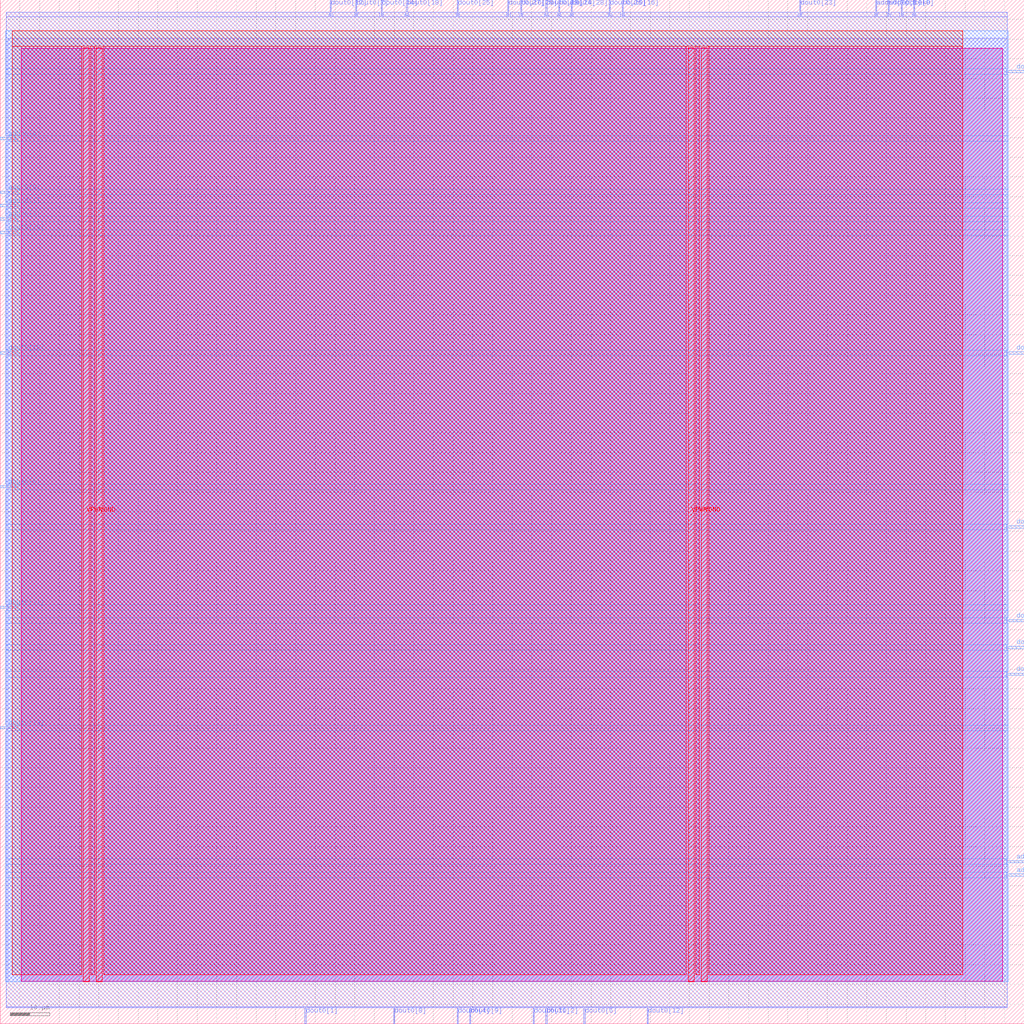
<source format=lef>
VERSION 5.7 ;
  NOWIREEXTENSIONATPIN ON ;
  DIVIDERCHAR "/" ;
  BUSBITCHARS "[]" ;
MACRO rom8
  CLASS BLOCK ;
  FOREIGN rom8 ;
  ORIGIN 0.000 0.000 ;
  SIZE 260.000 BY 260.000 ;
  PIN VGND
    DIRECTION INOUT ;
    USE GROUND ;
    PORT
      LAYER met4 ;
        RECT 24.340 10.640 25.940 247.760 ;
    END
    PORT
      LAYER met4 ;
        RECT 177.940 10.640 179.540 247.760 ;
    END
  END VGND
  PIN VPWR
    DIRECTION INOUT ;
    USE POWER ;
    PORT
      LAYER met4 ;
        RECT 21.040 10.640 22.640 247.760 ;
    END
    PORT
      LAYER met4 ;
        RECT 174.640 10.640 176.240 247.760 ;
    END
  END VPWR
  PIN addr0[0]
    DIRECTION INPUT ;
    USE SIGNAL ;
    ANTENNAGATEAREA 0.196500 ;
    PORT
      LAYER met3 ;
        RECT 0.000 210.840 4.000 211.440 ;
    END
  END addr0[0]
  PIN addr0[1]
    DIRECTION INPUT ;
    USE SIGNAL ;
    ANTENNAGATEAREA 0.196500 ;
    PORT
      LAYER met3 ;
        RECT 0.000 207.440 4.000 208.040 ;
    END
  END addr0[1]
  PIN addr0[2]
    DIRECTION INPUT ;
    USE SIGNAL ;
    ANTENNAGATEAREA 0.196500 ;
    PORT
      LAYER met3 ;
        RECT 0.000 204.040 4.000 204.640 ;
    END
  END addr0[2]
  PIN addr0[3]
    DIRECTION INPUT ;
    USE SIGNAL ;
    ANTENNAGATEAREA 0.213000 ;
    PORT
      LAYER met3 ;
        RECT 256.000 37.440 260.000 38.040 ;
    END
  END addr0[3]
  PIN addr0[4]
    DIRECTION INPUT ;
    USE SIGNAL ;
    ANTENNAGATEAREA 0.126000 ;
    PORT
      LAYER met3 ;
        RECT 0.000 224.440 4.000 225.040 ;
    END
  END addr0[4]
  PIN addr0[5]
    DIRECTION INPUT ;
    USE SIGNAL ;
    ANTENNAGATEAREA 0.196500 ;
    PORT
      LAYER met3 ;
        RECT 256.000 40.840 260.000 41.440 ;
    END
  END addr0[5]
  PIN addr0[6]
    DIRECTION INPUT ;
    USE SIGNAL ;
    ANTENNAGATEAREA 0.196500 ;
    PORT
      LAYER met2 ;
        RECT 225.490 256.000 225.770 260.000 ;
    END
  END addr0[6]
  PIN addr0[7]
    DIRECTION INPUT ;
    USE SIGNAL ;
    ANTENNAGATEAREA 0.126000 ;
    PORT
      LAYER met2 ;
        RECT 222.270 256.000 222.550 260.000 ;
    END
  END addr0[7]
  PIN addr0[8]
    DIRECTION INPUT ;
    USE SIGNAL ;
    ANTENNAGATEAREA 0.196500 ;
    PORT
      LAYER met2 ;
        RECT 228.710 256.000 228.990 260.000 ;
    END
  END addr0[8]
  PIN clk0
    DIRECTION INPUT ;
    USE SIGNAL ;
    ANTENNAGATEAREA 0.852000 ;
    PORT
      LAYER met2 ;
        RECT 231.930 256.000 232.210 260.000 ;
    END
  END clk0
  PIN dout0[0]
    DIRECTION OUTPUT ;
    USE SIGNAL ;
    ANTENNADIFFAREA 0.445500 ;
    PORT
      LAYER met3 ;
        RECT 0.000 136.040 4.000 136.640 ;
    END
  END dout0[0]
  PIN dout0[10]
    DIRECTION OUTPUT ;
    USE SIGNAL ;
    ANTENNADIFFAREA 0.445500 ;
    PORT
      LAYER met3 ;
        RECT 256.000 102.040 260.000 102.640 ;
    END
  END dout0[10]
  PIN dout0[11]
    DIRECTION OUTPUT ;
    USE SIGNAL ;
    ANTENNADIFFAREA 0.445500 ;
    PORT
      LAYER met3 ;
        RECT 256.000 125.840 260.000 126.440 ;
    END
  END dout0[11]
  PIN dout0[12]
    DIRECTION OUTPUT ;
    USE SIGNAL ;
    ANTENNADIFFAREA 0.445500 ;
    PORT
      LAYER met2 ;
        RECT 164.310 0.000 164.590 4.000 ;
    END
  END dout0[12]
  PIN dout0[13]
    DIRECTION OUTPUT ;
    USE SIGNAL ;
    ANTENNADIFFAREA 0.445500 ;
    PORT
      LAYER met3 ;
        RECT 0.000 74.840 4.000 75.440 ;
    END
  END dout0[13]
  PIN dout0[14]
    DIRECTION OUTPUT ;
    USE SIGNAL ;
    ANTENNADIFFAREA 0.795200 ;
    PORT
      LAYER met2 ;
        RECT 96.690 256.000 96.970 260.000 ;
    END
  END dout0[14]
  PIN dout0[15]
    DIRECTION OUTPUT ;
    USE SIGNAL ;
    ANTENNADIFFAREA 0.795200 ;
    PORT
      LAYER met2 ;
        RECT 138.550 256.000 138.830 260.000 ;
    END
  END dout0[15]
  PIN dout0[16]
    DIRECTION OUTPUT ;
    USE SIGNAL ;
    ANTENNADIFFAREA 0.795200 ;
    PORT
      LAYER met2 ;
        RECT 157.870 256.000 158.150 260.000 ;
    END
  END dout0[16]
  PIN dout0[17]
    DIRECTION OUTPUT ;
    USE SIGNAL ;
    ANTENNADIFFAREA 0.795200 ;
    PORT
      LAYER met2 ;
        RECT 83.810 256.000 84.090 260.000 ;
    END
  END dout0[17]
  PIN dout0[18]
    DIRECTION OUTPUT ;
    USE SIGNAL ;
    ANTENNADIFFAREA 0.795200 ;
    PORT
      LAYER met2 ;
        RECT 103.130 256.000 103.410 260.000 ;
    END
  END dout0[18]
  PIN dout0[19]
    DIRECTION OUTPUT ;
    USE SIGNAL ;
    ANTENNADIFFAREA 0.445500 ;
    PORT
      LAYER met3 ;
        RECT 0.000 170.040 4.000 170.640 ;
    END
  END dout0[19]
  PIN dout0[1]
    DIRECTION OUTPUT ;
    USE SIGNAL ;
    ANTENNADIFFAREA 0.445500 ;
    PORT
      LAYER met2 ;
        RECT 77.370 0.000 77.650 4.000 ;
    END
  END dout0[1]
  PIN dout0[20]
    DIRECTION OUTPUT ;
    USE SIGNAL ;
    ANTENNADIFFAREA 0.445500 ;
    PORT
      LAYER met3 ;
        RECT 0.000 200.640 4.000 201.240 ;
    END
  END dout0[20]
  PIN dout0[21]
    DIRECTION OUTPUT ;
    USE SIGNAL ;
    ANTENNADIFFAREA 0.445500 ;
    PORT
      LAYER met3 ;
        RECT 0.000 105.440 4.000 106.040 ;
    END
  END dout0[21]
  PIN dout0[22]
    DIRECTION OUTPUT ;
    USE SIGNAL ;
    ANTENNADIFFAREA 0.445500 ;
    PORT
      LAYER met3 ;
        RECT 256.000 170.040 260.000 170.640 ;
    END
  END dout0[22]
  PIN dout0[23]
    DIRECTION OUTPUT ;
    USE SIGNAL ;
    ANTENNADIFFAREA 0.795200 ;
    PORT
      LAYER met2 ;
        RECT 202.950 256.000 203.230 260.000 ;
    END
  END dout0[23]
  PIN dout0[24]
    DIRECTION OUTPUT ;
    USE SIGNAL ;
    ANTENNADIFFAREA 0.795200 ;
    PORT
      LAYER met2 ;
        RECT 141.770 256.000 142.050 260.000 ;
    END
  END dout0[24]
  PIN dout0[25]
    DIRECTION OUTPUT ;
    USE SIGNAL ;
    ANTENNADIFFAREA 0.795200 ;
    PORT
      LAYER met2 ;
        RECT 116.010 256.000 116.290 260.000 ;
    END
  END dout0[25]
  PIN dout0[26]
    DIRECTION OUTPUT ;
    USE SIGNAL ;
    ANTENNADIFFAREA 0.795200 ;
    PORT
      LAYER met2 ;
        RECT 154.650 256.000 154.930 260.000 ;
    END
  END dout0[26]
  PIN dout0[27]
    DIRECTION OUTPUT ;
    USE SIGNAL ;
    ANTENNADIFFAREA 0.795200 ;
    PORT
      LAYER met2 ;
        RECT 128.890 256.000 129.170 260.000 ;
    END
  END dout0[27]
  PIN dout0[28]
    DIRECTION OUTPUT ;
    USE SIGNAL ;
    ANTENNADIFFAREA 0.795200 ;
    PORT
      LAYER met2 ;
        RECT 144.990 256.000 145.270 260.000 ;
    END
  END dout0[28]
  PIN dout0[29]
    DIRECTION OUTPUT ;
    USE SIGNAL ;
    ANTENNADIFFAREA 0.795200 ;
    PORT
      LAYER met2 ;
        RECT 132.110 256.000 132.390 260.000 ;
    END
  END dout0[29]
  PIN dout0[2]
    DIRECTION OUTPUT ;
    USE SIGNAL ;
    ANTENNADIFFAREA 0.445500 ;
    PORT
      LAYER met2 ;
        RECT 138.550 0.000 138.830 4.000 ;
    END
  END dout0[2]
  PIN dout0[30]
    DIRECTION OUTPUT ;
    USE SIGNAL ;
    PORT
      LAYER met3 ;
        RECT 256.000 241.440 260.000 242.040 ;
    END
  END dout0[30]
  PIN dout0[31]
    DIRECTION OUTPUT ;
    USE SIGNAL ;
    PORT
      LAYER met2 ;
        RECT 135.330 0.000 135.610 4.000 ;
    END
  END dout0[31]
  PIN dout0[3]
    DIRECTION OUTPUT ;
    USE SIGNAL ;
    ANTENNADIFFAREA 0.445500 ;
    PORT
      LAYER met3 ;
        RECT 256.000 95.240 260.000 95.840 ;
    END
  END dout0[3]
  PIN dout0[4]
    DIRECTION OUTPUT ;
    USE SIGNAL ;
    ANTENNADIFFAREA 0.445500 ;
    PORT
      LAYER met2 ;
        RECT 116.010 0.000 116.290 4.000 ;
    END
  END dout0[4]
  PIN dout0[5]
    DIRECTION OUTPUT ;
    USE SIGNAL ;
    ANTENNADIFFAREA 0.445500 ;
    PORT
      LAYER met2 ;
        RECT 148.210 0.000 148.490 4.000 ;
    END
  END dout0[5]
  PIN dout0[6]
    DIRECTION OUTPUT ;
    USE SIGNAL ;
    ANTENNADIFFAREA 0.445500 ;
    PORT
      LAYER met3 ;
        RECT 256.000 88.440 260.000 89.040 ;
    END
  END dout0[6]
  PIN dout0[7]
    DIRECTION OUTPUT ;
    USE SIGNAL ;
    ANTENNADIFFAREA 0.795200 ;
    PORT
      LAYER met2 ;
        RECT 90.250 256.000 90.530 260.000 ;
    END
  END dout0[7]
  PIN dout0[8]
    DIRECTION OUTPUT ;
    USE SIGNAL ;
    ANTENNADIFFAREA 0.445500 ;
    PORT
      LAYER met2 ;
        RECT 99.910 0.000 100.190 4.000 ;
    END
  END dout0[8]
  PIN dout0[9]
    DIRECTION OUTPUT ;
    USE SIGNAL ;
    ANTENNADIFFAREA 0.445500 ;
    PORT
      LAYER met2 ;
        RECT 119.230 0.000 119.510 4.000 ;
    END
  END dout0[9]
  OBS
      LAYER nwell ;
        RECT 5.330 10.795 254.570 247.710 ;
      LAYER li1 ;
        RECT 5.520 10.795 254.380 247.605 ;
      LAYER met1 ;
        RECT 1.910 10.640 255.690 250.200 ;
      LAYER met2 ;
        RECT 1.470 255.720 83.530 256.770 ;
        RECT 84.370 255.720 89.970 256.770 ;
        RECT 90.810 255.720 96.410 256.770 ;
        RECT 97.250 255.720 102.850 256.770 ;
        RECT 103.690 255.720 115.730 256.770 ;
        RECT 116.570 255.720 128.610 256.770 ;
        RECT 129.450 255.720 131.830 256.770 ;
        RECT 132.670 255.720 138.270 256.770 ;
        RECT 139.110 255.720 141.490 256.770 ;
        RECT 142.330 255.720 144.710 256.770 ;
        RECT 145.550 255.720 154.370 256.770 ;
        RECT 155.210 255.720 157.590 256.770 ;
        RECT 158.430 255.720 202.670 256.770 ;
        RECT 203.510 255.720 221.990 256.770 ;
        RECT 222.830 255.720 225.210 256.770 ;
        RECT 226.050 255.720 228.430 256.770 ;
        RECT 229.270 255.720 231.650 256.770 ;
        RECT 232.490 255.720 255.670 256.770 ;
        RECT 1.470 4.280 255.670 255.720 ;
        RECT 1.470 4.000 77.090 4.280 ;
        RECT 77.930 4.000 99.630 4.280 ;
        RECT 100.470 4.000 115.730 4.280 ;
        RECT 116.570 4.000 118.950 4.280 ;
        RECT 119.790 4.000 135.050 4.280 ;
        RECT 135.890 4.000 138.270 4.280 ;
        RECT 139.110 4.000 147.930 4.280 ;
        RECT 148.770 4.000 164.030 4.280 ;
        RECT 164.870 4.000 255.670 4.280 ;
      LAYER met3 ;
        RECT 1.445 242.440 256.000 252.105 ;
        RECT 1.445 241.040 255.600 242.440 ;
        RECT 1.445 225.440 256.000 241.040 ;
        RECT 4.400 224.040 256.000 225.440 ;
        RECT 1.445 211.840 256.000 224.040 ;
        RECT 4.400 210.440 256.000 211.840 ;
        RECT 1.445 208.440 256.000 210.440 ;
        RECT 4.400 207.040 256.000 208.440 ;
        RECT 1.445 205.040 256.000 207.040 ;
        RECT 4.400 203.640 256.000 205.040 ;
        RECT 1.445 201.640 256.000 203.640 ;
        RECT 4.400 200.240 256.000 201.640 ;
        RECT 1.445 171.040 256.000 200.240 ;
        RECT 4.400 169.640 255.600 171.040 ;
        RECT 1.445 137.040 256.000 169.640 ;
        RECT 4.400 135.640 256.000 137.040 ;
        RECT 1.445 126.840 256.000 135.640 ;
        RECT 1.445 125.440 255.600 126.840 ;
        RECT 1.445 106.440 256.000 125.440 ;
        RECT 4.400 105.040 256.000 106.440 ;
        RECT 1.445 103.040 256.000 105.040 ;
        RECT 1.445 101.640 255.600 103.040 ;
        RECT 1.445 96.240 256.000 101.640 ;
        RECT 1.445 94.840 255.600 96.240 ;
        RECT 1.445 89.440 256.000 94.840 ;
        RECT 1.445 88.040 255.600 89.440 ;
        RECT 1.445 75.840 256.000 88.040 ;
        RECT 4.400 74.440 256.000 75.840 ;
        RECT 1.445 41.840 256.000 74.440 ;
        RECT 1.445 40.440 255.600 41.840 ;
        RECT 1.445 38.440 256.000 40.440 ;
        RECT 1.445 37.040 255.600 38.440 ;
        RECT 1.445 10.715 256.000 37.040 ;
      LAYER met4 ;
        RECT 3.055 248.160 244.425 252.105 ;
        RECT 3.055 12.415 20.640 248.160 ;
        RECT 23.040 12.415 23.940 248.160 ;
        RECT 26.340 12.415 174.240 248.160 ;
        RECT 176.640 12.415 177.540 248.160 ;
        RECT 179.940 12.415 244.425 248.160 ;
  END
END rom8
END LIBRARY


</source>
